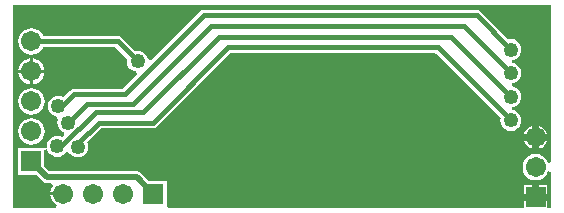
<source format=gbl>
G04*
G04 #@! TF.GenerationSoftware,Altium Limited,Altium Designer,18.1.1 (9)*
G04*
G04 Layer_Physical_Order=2*
G04 Layer_Color=16711680*
%FSLAX42Y42*%
%MOMM*%
G71*
G01*
G75*
%ADD43C,0.50*%
%ADD45C,0.40*%
%ADD48R,1.71X1.71*%
%ADD49C,1.71*%
%ADD50R,1.71X1.71*%
%ADD51C,1.25*%
G36*
X4590Y424D02*
X4565Y419D01*
X4557Y440D01*
X4539Y463D01*
X4516Y481D01*
X4489Y492D01*
X4460Y495D01*
X4431Y492D01*
X4404Y481D01*
X4381Y463D01*
X4363Y440D01*
X4352Y413D01*
X4349Y384D01*
X4352Y355D01*
X4363Y328D01*
X4381Y305D01*
X4404Y287D01*
X4431Y276D01*
X4460Y273D01*
X4489Y276D01*
X4516Y287D01*
X4539Y305D01*
X4557Y328D01*
X4565Y349D01*
X4590Y344D01*
Y39D01*
X4560D01*
Y100D01*
X4460D01*
X4360D01*
Y39D01*
X1356D01*
X1335Y49D01*
X1335Y64D01*
Y271D01*
X1186D01*
X1120Y336D01*
X1104Y347D01*
X1084Y351D01*
X343D01*
X301Y394D01*
Y519D01*
X301Y520D01*
X301Y520D01*
X301Y531D01*
X324Y537D01*
X333Y516D01*
X347Y497D01*
X366Y483D01*
X387Y474D01*
X410Y471D01*
X433Y474D01*
X454Y483D01*
X473Y497D01*
X482Y509D01*
X502Y510D01*
X503Y510D01*
X511Y508D01*
X522Y492D01*
X541Y478D01*
X562Y469D01*
X585Y466D01*
X608Y469D01*
X629Y478D01*
X648Y492D01*
X662Y511D01*
X671Y532D01*
X674Y555D01*
X671Y578D01*
X663Y597D01*
X779Y714D01*
X1217D01*
X1217Y714D01*
X1234Y717D01*
X1249Y727D01*
X1876Y1354D01*
X3611D01*
X4164Y800D01*
X4161Y780D01*
X4164Y757D01*
X4173Y736D01*
X4187Y717D01*
X4206Y703D01*
X4227Y694D01*
X4250Y691D01*
X4273Y694D01*
X4294Y703D01*
X4313Y717D01*
X4327Y736D01*
X4336Y757D01*
X4339Y780D01*
X4336Y803D01*
X4327Y824D01*
X4313Y843D01*
X4294Y857D01*
X4273Y866D01*
X4260Y867D01*
Y893D01*
X4273Y894D01*
X4294Y903D01*
X4313Y917D01*
X4327Y936D01*
X4336Y957D01*
X4339Y980D01*
X4336Y1003D01*
X4327Y1024D01*
X4313Y1043D01*
X4294Y1057D01*
X4273Y1066D01*
X4260Y1067D01*
Y1093D01*
X4273Y1094D01*
X4294Y1103D01*
X4313Y1117D01*
X4327Y1136D01*
X4336Y1157D01*
X4339Y1180D01*
X4336Y1203D01*
X4327Y1224D01*
X4313Y1243D01*
X4294Y1257D01*
X4273Y1266D01*
X4260Y1267D01*
Y1293D01*
X4273Y1294D01*
X4294Y1303D01*
X4313Y1317D01*
X4327Y1336D01*
X4336Y1357D01*
X4339Y1380D01*
X4336Y1403D01*
X4327Y1424D01*
X4313Y1443D01*
X4294Y1457D01*
X4273Y1466D01*
X4250Y1469D01*
X4230Y1466D01*
X3993Y1703D01*
X3978Y1713D01*
X3960Y1716D01*
X3960Y1716D01*
X1650D01*
X1632Y1713D01*
X1617Y1703D01*
X1617Y1703D01*
X1203Y1288D01*
X1176Y1297D01*
X1176Y1303D01*
X1167Y1324D01*
X1153Y1343D01*
X1134Y1357D01*
X1113Y1366D01*
X1090Y1369D01*
X1070Y1366D01*
X955Y1481D01*
X940Y1491D01*
X922Y1494D01*
X922Y1494D01*
X291D01*
X287Y1504D01*
X269Y1527D01*
X246Y1545D01*
X219Y1556D01*
X190Y1560D01*
X161Y1556D01*
X134Y1545D01*
X111Y1527D01*
X93Y1504D01*
X82Y1477D01*
X78Y1448D01*
X82Y1419D01*
X93Y1392D01*
X111Y1369D01*
X134Y1351D01*
X161Y1340D01*
X190Y1336D01*
X219Y1340D01*
X246Y1351D01*
X269Y1369D01*
X287Y1392D01*
X291Y1402D01*
X903D01*
X1004Y1300D01*
X1001Y1280D01*
X1004Y1257D01*
X1013Y1236D01*
X1027Y1217D01*
X1046Y1203D01*
X1067Y1194D01*
X1073Y1194D01*
X1082Y1167D01*
X961Y1046D01*
X550D01*
X550Y1046D01*
X532Y1043D01*
X517Y1033D01*
X517Y1033D01*
X462Y978D01*
X443Y986D01*
X420Y989D01*
X397Y986D01*
X376Y977D01*
X357Y963D01*
X343Y944D01*
X334Y923D01*
X331Y900D01*
X334Y877D01*
X343Y856D01*
X357Y837D01*
X376Y823D01*
X397Y814D01*
X400Y814D01*
X416Y787D01*
X414Y783D01*
X411Y760D01*
X414Y737D01*
X423Y716D01*
X437Y697D01*
X456Y683D01*
X464Y680D01*
X470Y657D01*
X461Y645D01*
X452Y638D01*
X433Y646D01*
X410Y649D01*
X387Y646D01*
X366Y637D01*
X347Y623D01*
X333Y604D01*
X324Y583D01*
X321Y561D01*
X321Y560D01*
X320Y550D01*
X298Y543D01*
X281Y543D01*
X79D01*
Y321D01*
X228D01*
X286Y264D01*
X302Y253D01*
X322Y249D01*
X359D01*
X371Y224D01*
X365Y216D01*
X354Y189D01*
X352Y173D01*
X462D01*
Y147D01*
X352D01*
X354Y131D01*
X365Y104D01*
X383Y81D01*
X405Y64D01*
X406Y61D01*
X400Y39D01*
X39D01*
Y1761D01*
X4590D01*
X4590Y424D01*
D02*
G37*
%LPC*%
G36*
X203Y1304D02*
Y1207D01*
X300D01*
X298Y1223D01*
X287Y1250D01*
X269Y1273D01*
X246Y1291D01*
X219Y1302D01*
X203Y1304D01*
D02*
G37*
G36*
X177D02*
X161Y1302D01*
X134Y1291D01*
X111Y1273D01*
X93Y1250D01*
X82Y1223D01*
X80Y1207D01*
X177D01*
Y1304D01*
D02*
G37*
G36*
X300Y1181D02*
X203D01*
Y1084D01*
X219Y1086D01*
X246Y1097D01*
X269Y1115D01*
X287Y1138D01*
X298Y1165D01*
X300Y1181D01*
D02*
G37*
G36*
X177D02*
X80D01*
X82Y1165D01*
X93Y1138D01*
X111Y1115D01*
X134Y1097D01*
X161Y1086D01*
X177Y1084D01*
Y1181D01*
D02*
G37*
G36*
X190Y1052D02*
X161Y1048D01*
X134Y1037D01*
X111Y1019D01*
X93Y996D01*
X82Y969D01*
X78Y940D01*
X82Y911D01*
X93Y884D01*
X111Y861D01*
X134Y843D01*
X161Y832D01*
X190Y828D01*
X219Y832D01*
X246Y843D01*
X269Y861D01*
X287Y884D01*
X298Y911D01*
X302Y940D01*
X298Y969D01*
X287Y996D01*
X269Y1019D01*
X246Y1037D01*
X219Y1048D01*
X190Y1052D01*
D02*
G37*
G36*
X4490Y734D02*
Y668D01*
X4556D01*
X4548Y689D01*
X4532Y710D01*
X4511Y726D01*
X4490Y734D01*
D02*
G37*
G36*
X4430Y734D02*
X4409Y726D01*
X4388Y710D01*
X4372Y689D01*
X4364Y668D01*
X4430D01*
Y734D01*
D02*
G37*
G36*
X190Y798D02*
X161Y794D01*
X134Y783D01*
X111Y765D01*
X93Y742D01*
X82Y715D01*
X78Y686D01*
X82Y657D01*
X93Y630D01*
X111Y607D01*
X134Y589D01*
X161Y578D01*
X190Y574D01*
X219Y578D01*
X246Y589D01*
X269Y607D01*
X287Y630D01*
X298Y657D01*
X302Y686D01*
X298Y715D01*
X287Y742D01*
X269Y765D01*
X246Y783D01*
X219Y794D01*
X190Y798D01*
D02*
G37*
G36*
X4556Y608D02*
X4490D01*
Y542D01*
X4511Y550D01*
X4532Y566D01*
X4548Y587D01*
X4556Y608D01*
D02*
G37*
G36*
X4430D02*
X4364D01*
X4372Y587D01*
X4388Y566D01*
X4409Y550D01*
X4430Y542D01*
Y608D01*
D02*
G37*
G36*
X4560Y231D02*
X4490D01*
Y160D01*
X4560D01*
Y231D01*
D02*
G37*
G36*
X4430D02*
X4360D01*
Y160D01*
X4430D01*
Y231D01*
D02*
G37*
%LPD*%
D43*
X1084Y300D02*
X1224Y160D01*
X322Y300D02*
X1084D01*
X190Y432D02*
X322Y300D01*
D45*
X420Y900D02*
X450D01*
X550Y1000D01*
X500Y760D02*
X660Y920D01*
X445Y560D02*
X735Y850D01*
X585Y555D02*
Y585D01*
X410Y560D02*
X445D01*
X735Y850D02*
X1140D01*
X585Y585D02*
X760Y760D01*
X1650Y1670D02*
X3960D01*
X980Y1000D02*
X1650Y1670D01*
X550Y1000D02*
X980D01*
X922Y1448D02*
X1090Y1280D01*
X190Y1448D02*
X922D01*
X1217Y760D02*
X1857Y1400D01*
X760Y760D02*
X1217D01*
X1780Y1490D02*
X3740D01*
X1140Y850D02*
X1780Y1490D01*
X3630Y1400D02*
X4250Y780D01*
X1857Y1400D02*
X3630D01*
X3740Y1490D02*
X4250Y980D01*
X3850Y1580D02*
X4250Y1180D01*
X1710Y1580D02*
X3850D01*
X1050Y920D02*
X1710Y1580D01*
X3960Y1670D02*
X4250Y1380D01*
X660Y920D02*
X1050D01*
D48*
X1224Y160D02*
D03*
D49*
X970D02*
D03*
X716D02*
D03*
X462D02*
D03*
X4460Y384D02*
D03*
Y638D02*
D03*
X190Y686D02*
D03*
Y940D02*
D03*
Y1194D02*
D03*
Y1448D02*
D03*
D50*
X4460Y130D02*
D03*
X190Y432D02*
D03*
D51*
X4440Y1580D02*
D03*
X4190Y230D02*
D03*
X4290Y520D02*
D03*
X4190Y630D02*
D03*
X4270Y110D02*
D03*
X420Y900D02*
D03*
X500Y760D02*
D03*
X585Y555D02*
D03*
X740Y420D02*
D03*
X410Y560D02*
D03*
X4250Y1580D02*
D03*
X1730Y460D02*
D03*
X1550D02*
D03*
X862Y1210D02*
D03*
X1090Y1280D02*
D03*
X4250Y780D02*
D03*
Y980D02*
D03*
Y1180D02*
D03*
Y1380D02*
D03*
M02*

</source>
